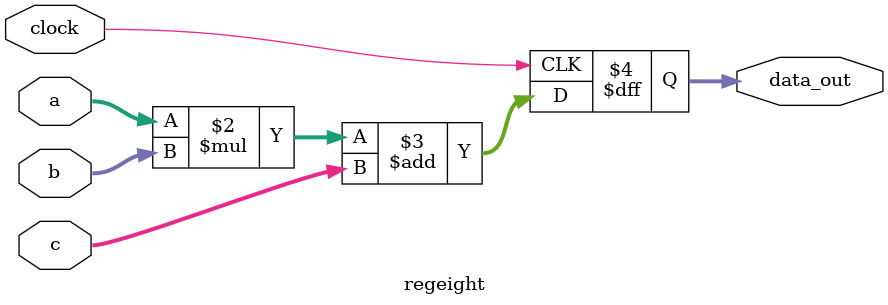
<source format=sv>
module regeight(
input wire clock,
input wire [7:0]a,
input wire [7:0]b,
input wire [7:0]c,
output reg [7:0]data_out
);

always @(posedge clock) begin
 
	data_out <= a * b + c;
 end 
 
 endmodule
</source>
